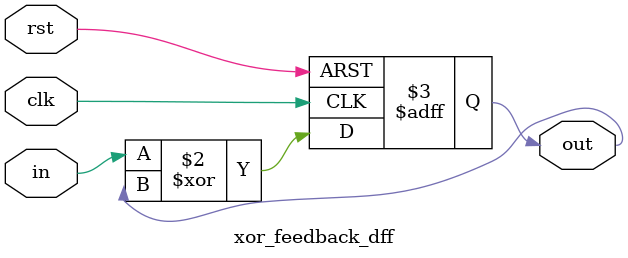
<source format=v>
`timescale 1ns/1ps
module xor_feedback_dff(
    input in,
    input clk,
    input rst,
    output reg out
);

always @(posedge clk or posedge rst)
begin
    if (rst)
        out <= 0;
    else
        out <= in ^ out;
end

endmodule

</source>
